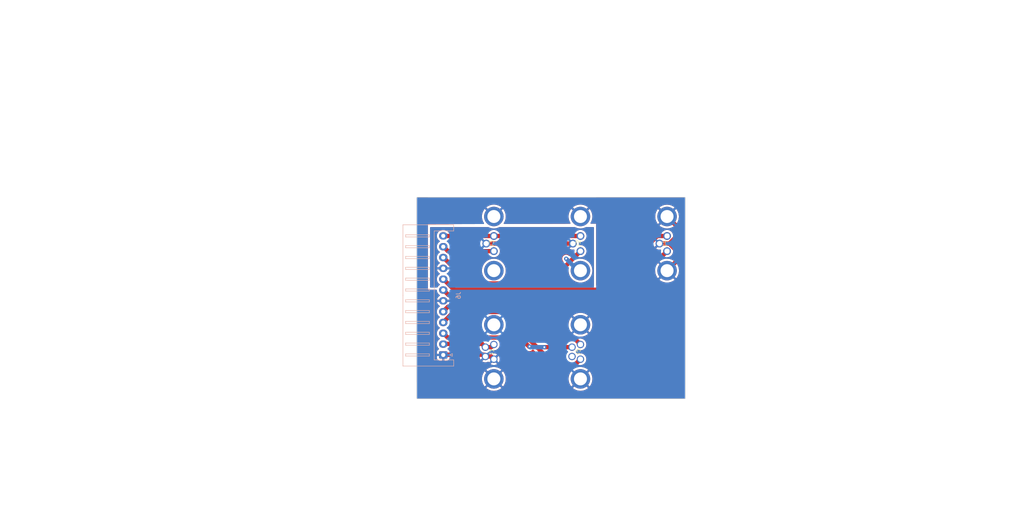
<source format=kicad_pcb>
(kicad_pcb (version 20221018) (generator pcbnew)
  (layers (0 "F.Cu" signal) (31 "B.Cu" signal) (34 "B.Paste" user) (35 "F.Paste" user) (36 "B.SilkS" user "B.Silkscreen") (37 "F.SilkS" user "F.Silkscreen") (38 "B.Mask" user) (39 "F.Mask" user) (44 "Edge.Cuts" user))
  (net 0 "")
  (net 1 "brakelight_outbox")
  (net 2 "GNDPWR")
  (net 3 "+3V3")
  (net 4 "suspension_RL")
  (net 5 "GND")
  (net 6 "suspension_RR")
  (net 7 "CANH")
  (net 8 "CANL")
  (net 9 "brakePressure1")
  (net 10 "+24V")
  (net 11 "brakePressure2")
  (footprint "nturt_kicad_lib:WP-04F3-26-11" (layer "F.Cu") (at 0 25 90)
    (fp_text reference "J1" (at 0 -0.5 90 unlocked) (layer "F.SilkS") (effects (font (thickness 0.1))))
    (fp_text value "brake light")
    (pad "1" thru_hole circle (at 1.7 0 90) (size 1.7 1.7) (drill 1.2) (layers "*.Cu" "*.Mask") (net 1 "brakelight_outbox"))
    (pad "2" thru_hole circle (at 1.075 -1.95 90) (size 1.7 1.7) (drill 1.2) (layers "*.Cu" "*.Mask") (net 1 "brakelight_outbox"))
    (pad "3" thru_hole circle (at -1.075 -1.95 90) (size 1.7 1.7) (drill 1.2) (layers "*.Cu" "*.Mask") (net 2 "GNDPWR"))
    (pad "4" thru_hole circle (at -1.7 0 90) (size 1.7 1.7) (drill 1.2) (layers "*.Cu" "*.Mask") (net 2 "GNDPWR"))
    (pad "5" thru_hole circle (at -6.25 0 90) (size 4.5 4.5) (drill 3) (layers "*.Cu" "*.Mask") (net 2 "GNDPWR"))
    (pad "5" thru_hole circle (at 6.25 0 90) (size 4.5 4.5) (drill 3) (layers "*.Cu" "*.Mask") (net 2 "GNDPWR"))
  )
  (footprint "nturt_kicad_lib:WP-03F3-09-11" (layer "F.Cu") (at 40 0 90)
    (fp_text reference "J4" (at 0 -0.5 90 unlocked) (layer "F.SilkS") (effects (font (thickness 0.1))))
    (fp_text value "CAN")
    (pad "1" thru_hole circle (at 1.75 0 90) (size 1.8 1.8) (drill 1.2) (layers "*.Cu" "*.Mask") (net 7 "CANH"))
    (pad "3" thru_hole circle (at -1.75 0 90) (size 1.8 1.8) (drill 1.2) (layers "*.Cu" "*.Mask") (net 8 "CANL"))
    (pad "4" thru_hole circle (at 0 -1.75 90) (size 1.8 1.8) (drill 1.2) (layers "*.Cu" "*.Mask") (net 2 "GNDPWR"))
    (pad "5" thru_hole circle (at -6.25 0 90) (size 4.5 4.5) (drill 3) (layers "*.Cu" "*.Mask") (net 2 "GNDPWR"))
    (pad "5" thru_hole circle (at 6.25 0 90) (size 4.5 4.5) (drill 3) (layers "*.Cu" "*.Mask") (net 2 "GNDPWR"))
  )
  (footprint "nturt_kicad_lib:WP-03F3-09-11" (layer "F.Cu") (at 0 0 90)
    (fp_text reference "J3" (at 0 -0.5 90 unlocked) (layer "F.SilkS") (effects (font (thickness 0.1))))
    (fp_text value "suspension RR")
    (pad "1" thru_hole circle (at 1.75 0 90) (size 1.8 1.8) (drill 1.2) (layers "*.Cu" "*.Mask") (net 3 "+3V3"))
    (pad "3" thru_hole circle (at -1.75 0 90) (size 1.8 1.8) (drill 1.2) (layers "*.Cu" "*.Mask") (net 6 "suspension_RR"))
    (pad "4" thru_hole circle (at 0 -1.75 90) (size 1.8 1.8) (drill 1.2) (layers "*.Cu" "*.Mask") (net 5 "GND"))
    (pad "5" thru_hole circle (at -6.25 0 90) (size 4.5 4.5) (drill 3) (layers "*.Cu" "*.Mask") (net 2 "GNDPWR"))
    (pad "5" thru_hole circle (at 6.25 0 90) (size 4.5 4.5) (drill 3) (layers "*.Cu" "*.Mask") (net 2 "GNDPWR"))
  )
  (footprint "nturt_kicad_lib:WP-03F3-09-11" (layer "F.Cu") (at 20 0 90)
    (fp_text reference "J2" (at 0 -0.5 90 unlocked) (layer "F.SilkS") (effects (font (thickness 0.1))))
    (fp_text value "suspension RL")
    (pad "1" thru_hole circle (at 1.75 0 90) (size 1.8 1.8) (drill 1.2) (layers "*.Cu" "*.Mask") (net 3 "+3V3"))
    (pad "3" thru_hole circle (at -1.75 0 90) (size 1.8 1.8) (drill 1.2) (layers "*.Cu" "*.Mask") (net 4 "suspension_RL"))
    (pad "4" thru_hole circle (at 0 -1.75 90) (size 1.8 1.8) (drill 1.2) (layers "*.Cu" "*.Mask") (net 5 "GND"))
    (pad "5" thru_hole circle (at -6.25 0 90) (size 4.5 4.5) (drill 3) (layers "*.Cu" "*.Mask") (net 2 "GNDPWR"))
    (pad "5" thru_hole circle (at 6.25 0 90) (size 4.5 4.5) (drill 3) (layers "*.Cu" "*.Mask") (net 2 "GNDPWR"))
  )
  (footprint "nturt_kicad_lib:WP-04F3-26-11" (layer "F.Cu") (at 20 25 90)
    (fp_text reference "J5" (at 0 -0.5 90 unlocked) (layer "F.SilkS") (effects (font (thickness 0.1))))
    (fp_text value "oil pressure")
    (pad "1" thru_hole circle (at 1.7 0 90) (size 1.7 1.7) (drill 1.2) (layers "*.Cu" "*.Mask") (net 9 "brakePressure1"))
    (pad "2" thru_hole circle (at 1.075 -1.95 90) (size 1.7 1.7) (drill 1.2) (layers "*.Cu" "*.Mask") (net 10 "+24V"))
    (pad "3" thru_hole circle (at -1.075 -1.95 90) (size 1.7 1.7) (drill 1.2) (layers "*.Cu" "*.Mask") (net 10 "+24V"))
    (pad "4" thru_hole circle (at -1.7 0 90) (size 1.7 1.7) (drill 1.2) (layers "*.Cu" "*.Mask") (net 11 "brakePressure2"))
    (pad "5" thru_hole circle (at -6.25 0 90) (size 4.5 4.5) (drill 3) (layers "*.Cu" "*.Mask") (net 2 "GNDPWR"))
    (pad "5" thru_hole circle (at 6.25 0 90) (size 4.5 4.5) (drill 3) (layers "*.Cu" "*.Mask") (net 2 "GNDPWR"))
  )
  (footprint "Connector_JST:JST_XH_S12B-XH-A_1x12_P2.50mm_Horizontal" (layer "B.Cu") (at -11.684 25.722 90)
    (fp_text reference "J6" (at 13.75 3.5 90) (layer "B.SilkS") (effects (justify mirror)))
    (fp_text value "rear_connector")
    (fp_line (start -2.56 -9.31) (end -2.56 2.41) (stroke (width 0.12)) (layer "B.SilkS"))
    (fp_line (start -2.56 2.41) (end -1.14 2.41) (stroke (width 0.12)) (layer "B.SilkS"))
    (fp_line (start -1.14 -2.09) (end 13.75 -2.09) (stroke (width 0.12)) (layer "B.SilkS"))
    (fp_line (start -1.14 2.41) (end -1.14 -2.09) (stroke (width 0.12)) (layer "B.SilkS"))
    (fp_line (start -0.3 2.1) (end 0.3 2.1) (stroke (width 0.12)) (layer "B.SilkS"))
    (fp_line (start -0.25 -8.7) (end 0.25 -8.7) (stroke (width 0.12)) (layer "B.SilkS"))
    (fp_line (start -0.25 -3.2) (end -0.25 -8.7) (stroke (width 0.12)) (layer "B.SilkS"))
    (fp_line (start 0 1.5) (end -0.3 2.1) (stroke (width 0.12)) (layer "B.SilkS"))
    (fp_line (start 0.25 -8.7) (end 0.25 -3.2) (stroke (width 0.12)) (layer "B.SilkS"))
    (fp_line (start 0.25 -3.2) (end -0.25 -3.2) (stroke (width 0.12)) (layer "B.SilkS"))
    (fp_line (start 0.3 2.1) (end 0 1.5) (stroke (width 0.12)) (layer "B.SilkS"))
    (fp_line (start 2.25 -8.7) (end 2.75 -8.7) (stroke (width 0.12)) (layer "B.SilkS"))
    (fp_line (start 2.25 -3.2) (end 2.25 -8.7) (stroke (width 0.12)) (layer "B.SilkS"))
    (fp_line (start 2.75 -8.7) (end 2.75 -3.2) (stroke (width 0.12)) (layer "B.SilkS"))
    (fp_line (start 2.75 -3.2) (end 2.25 -3.2) (stroke (width 0.12)) (layer "B.SilkS"))
    (fp_line (start 4.75 -8.7) (end 5.25 -8.7) (stroke (width 0.12)) (layer "B.SilkS"))
    (fp_line (start 4.75 -3.2) (end 4.75 -8.7) (stroke (width 0.12)) (layer "B.SilkS"))
    (fp_line (start 5.25 -8.7) (end 5.25 -3.2) (stroke (width 0.12)) (layer "B.SilkS"))
    (fp_line (start 5.25 -3.2) (end 4.75 -3.2) (stroke (width 0.12)) (layer "B.SilkS"))
    (fp_line (start 7.25 -8.7) (end 7.75 -8.7) (stroke (width 0.12)) (layer "B.SilkS"))
    (fp_line (start 7.25 -3.2) (end 7.25 -8.7) (stroke (width 0.12)) (layer "B.SilkS"))
    (fp_line (start 7.75 -8.7) (end 7.75 -3.2) (stroke (width 0.12)) (layer "B.SilkS"))
    (fp_line (start 7.75 -3.2) (end 7.25 -3.2) (stroke (width 0.12)) (layer "B.SilkS"))
    (fp_line (start 9.75 -8.7) (end 10.25 -8.7) (stroke (width 0.12)) (layer "B.SilkS"))
    (fp_line (start 9.75 -3.2) (end 9.75 -8.7) (stroke (width 0.12)) (layer "B.SilkS"))
    (fp_line (start 10.25 -8.7) (end 10.25 -3.2) (stroke (width 0.12)) (layer "B.SilkS"))
    (fp_line (start 10.25 -3.2) (end 9.75 -3.2) (stroke (width 0.12)) (layer "B.SilkS"))
    (fp_line (start 12.25 -8.7) (end 12.75 -8.7) (stroke (width 0.12)) (layer "B.SilkS"))
    (fp_line (start 12.25 -3.2) (end 12.25 -8.7) (stroke (width 0.12)) (layer "B.SilkS"))
    (fp_line (start 12.75 -8.7) (end 12.75 -3.2) (stroke (width 0.12)) (layer "B.SilkS"))
    (fp_line (start 12.75 -3.2) (end 12.25 -3.2) (stroke (width 0.12)) (layer "B.SilkS"))
    (fp_line (start 13.75 -9.31) (end -2.56 -9.31) (stroke (width 0.12)) (layer "B.SilkS"))
    (fp_line (start 13.75 -9.31) (end 30.06 -9.31) (stroke (width 0.12)) (layer "B.SilkS"))
    (fp_line (start 14.75 -8.7) (end 15.25 -8.7) (stroke (width 0.12)) (layer "B.SilkS"))
    (fp_line (start 14.75 -3.2) (end 14.75 -8.7) (stroke (width 0.12)) (layer "B.SilkS"))
    (fp_line (start 15.25 -8.7) (end 15.25 -3.2) (stroke (width 0.12)) (layer "B.SilkS"))
    (fp_line (start 15.25 -3.2) (end 14.75 -3.2) (stroke (width 0.12)) (layer "B.SilkS"))
    (fp_line (start 17.25 -8.7) (end 17.75 -8.7) (stroke (width 0.12)) (layer "B.SilkS"))
    (fp_line (start 17.25 -3.2) (end 17.25 -8.7) (stroke (width 0.12)) (layer "B.SilkS"))
    (fp_line (start 17.75 -8.7) (end 17.75 -3.2) (stroke (width 0.12)) (layer "B.SilkS"))
    (fp_line (start 17.75 -3.2) (end 17.25 -3.2) (stroke (width 0.12)) (layer "B.SilkS"))
    (fp_line (start 19.75 -8.7) (end 20.25 -8.7) (stroke (width 0.12)) (layer "B.SilkS"))
    (fp_line (start 19.75 -3.2) (end 19.75 -8.7) (stroke (width 0.12)) (layer "B.SilkS"))
    (fp_line (start 20.25 -8.7) (end 20.25 -3.2) (stroke (width 0.12)) (layer "B.SilkS"))
    (fp_line (start 20.25 -3.2) (end 19.75 -3.2) (stroke (width 0.12)) (layer "B.SilkS"))
    (fp_line (start 22.25 -8.7) (end 22.75 -8.7) (stroke (width 0.12)) (layer "B.SilkS"))
    (fp_line (start 22.25 -3.2) (end 22.25 -8.7) (stroke (width 0.12)) (layer "B.SilkS"))
    (fp_line (start 22.75 -8.7) (end 22.75 -3.2) (stroke (width 0.12)) (layer "B.SilkS"))
    (fp_line (start 22.75 -3.2) (end 22.25 -3.2) (stroke (width 0.12)) (layer "B.SilkS"))
    (fp_line (start 24.75 -8.7) (end 25.25 -8.7) (stroke (width 0.12)) (layer "B.SilkS"))
    (fp_line (start 24.75 -3.2) (end 24.75 -8.7) (stroke (width 0.12)) (layer "B.SilkS"))
    (fp_line (start 25.25 -8.7) (end 25.25 -3.2) (stroke (width 0.12)) (layer "B.SilkS"))
    (fp_line (start 25.25 -3.2) (end 24.75 -3.2) (stroke (width 0.12)) (layer "B.SilkS"))
    (fp_line (start 27.25 -8.7) (end 27.75 -8.7) (stroke (width 0.12)) (layer "B.SilkS"))
    (fp_line (start 27.25 -3.2) (end 27.25 -8.7) (stroke (width 0.12)) (layer "B.SilkS"))
    (fp_line (start 27.75 -8.7) (end 27.75 -3.2) (stroke (width 0.12)) (layer "B.SilkS"))
    (fp_line (start 27.75 -3.2) (end 27.25 -3.2) (stroke (width 0.12)) (layer "B.SilkS"))
    (fp_line (start 28.64 -2.09) (end 13.75 -2.09) (stroke (width 0.12)) (layer "B.SilkS"))
    (fp_line (start 28.64 2.41) (end 28.64 -2.09) (stroke (width 0.12)) (layer "B.SilkS"))
    (fp_line (start 30.06 -9.31) (end 30.06 2.41) (stroke (width 0.12)) (layer "B.SilkS"))
    (fp_line (start 30.06 2.41) (end 28.64 2.41) (stroke (width 0.12)) (layer "B.SilkS"))
    (pad "1" thru_hole roundrect (at 0 0 90) (size 1.7 1.95) (drill 0.95) (layers "*.Cu" "*.Mask") (roundrect_rratio 0.147059) (net 2 "GNDPWR"))
    (pad "2" thru_hole oval (at 2.5 0 90) (size 1.7 1.95) (drill 0.95) (layers "*.Cu" "*.Mask") (net 1 "brakelight_outbox"))
    (pad "3" thru_hole oval (at 5 0 90) (size 1.7 1.95) (drill 0.95) (layers "*.Cu" "*.Mask") (net 10 "+24V"))
    (pad "4" thru_hole oval (at 7.5 0 90) (size 1.7 1.95) (drill 0.95) (layers "*.Cu" "*.Mask") (net 11 "brakePressure2"))
    (pad "5" thru_hole oval (at 10 0 90) (size 1.7 1.95) (drill 0.95) (layers "*.Cu" "*.Mask") (net 9 "brakePressure1"))
    (pad "6" thru_hole oval (at 12.5 0 90) (size 1.7 1.95) (drill 0.95) (layers "*.Cu" "*.Mask") (net 2 "GNDPWR"))
    (pad "7" thru_hole oval (at 15 0 90) (size 1.7 1.95) (drill 0.95) (layers "*.Cu" "*.Mask") (net 8 "CANL"))
    (pad "8" thru_hole oval (at 17.5 0 90) (size 1.7 1.95) (drill 0.95) (layers "*.Cu" "*.Mask") (net 7 "CANH"))
    (pad "9" thru_hole oval (at 20 0 90) (size 1.7 1.95) (drill 0.95) (layers "*.Cu" "*.Mask") (net 5 "GND"))
    (pad "10" thru_hole oval (at 22.5 0 90) (size 1.7 1.95) (drill 0.95) (layers "*.Cu" "*.Mask") (net 4 "suspension_RL"))
    (pad "11" thru_hole oval (at 25 0 90) (size 1.7 1.95) (drill 0.95) (layers "*.Cu" "*.Mask") (net 6 "suspension_RR"))
    (pad "12" thru_hole oval (at 27.5 0 90) (size 1.7 1.95) (drill 0.95) (layers "*.Cu" "*.Mask") (net 3 "+3V3"))
  )
  (gr_rect (start -17.78 -10.668) (end 44.196 35.814) (stroke (width 0.1)) (fill none) (layer "Edge.Cuts"))
  (segment (start -0.625 23.925) (end 0 23.3) (width 1) (layer "F.Cu") (net 1))
  (segment (start -11.684 23.168) (end -2.707 23.168) (width 1) (layer "F.Cu") (net 1))
  (segment (start -1.95 23.925) (end -0.625 23.925) (width 1) (layer "F.Cu") (net 1))
  (segment (start -2.707 23.168) (end -1.95 23.925) (width 1) (layer "F.Cu") (net 1))
  (segment (start 42.25 -1.737258) (end 42.25 -4) (width 1) (layer "F.Cu") (net 2))
  (segment (start 42.25 1.737258) (end 42.25 4) (width 1) (layer "F.Cu") (net 2))
  (segment (start 42.25 -4) (end 40 -6.25) (width 1) (layer "F.Cu") (net 2))
  (segment (start -1.95 26.075) (end -0.625 26.075) (width 1) (layer "F.Cu") (net 2))
  (segment (start 42.25 4) (end 40 6.25) (width 1) (layer "F.Cu") (net 2))
  (segment (start 40.512742 0) (end 42.25 -1.737258) (width 1) (layer "F.Cu") (net 2))
  (segment (start -0.625 26.075) (end 0 26.7) (width 1) (layer "F.Cu") (net 2))
  (segment (start -2.357 25.668) (end -1.95 26.075) (width 1) (layer "F.Cu") (net 2))
  (segment (start -11.684 25.668) (end -2.357 25.668) (width 1) (layer "F.Cu") (net 2))
  (segment (start 38.25 0) (end 40.512742 0) (width 1) (layer "F.Cu") (net 2))
  (segment (start 40.512742 0) (end 42.25 1.737258) (width 1) (layer "F.Cu") (net 2))
  (via (at 16.701536 3.493536) (size 0.8) (drill 0.4) (layers "F.Cu" "B.Cu") (net 2))
  (segment (start 20 6.25) (end 19.458 6.25) (width 1) (layer "B.Cu") (net 2))
  (segment (start 19.458 6.25) (end 16.701536 3.493536) (width 1) (layer "B.Cu") (net 2))
  (segment (start -11.602 -1.75) (end -11.684 -1.832) (width 1) (layer "F.Cu") (net 3))
  (segment (start 0 -1.75) (end 20 -1.75) (width 1) (layer "F.Cu") (net 3))
  (segment (start 0 -1.75) (end -11.602 -1.75) (width 1) (layer "F.Cu") (net 3))
  (segment (start 12.55 9.2) (end -5.652 9.2) (width 1) (layer "F.Cu") (net 4))
  (segment (start 20 1.75) (end 12.55 9.2) (width 1) (layer "F.Cu") (net 4))
  (segment (start -5.652 9.2) (end -11.684 3.168) (width 1) (layer "F.Cu") (net 4))
  (segment (start 18.25 0) (end -1.75 0) (width 1) (layer "F.Cu") (net 5))
  (segment (start -10.602 1.75) (end -11.684 0.668) (width 1) (layer "F.Cu") (net 6))
  (segment (start 0 1.75) (end -10.602 1.75) (width 1) (layer "F.Cu") (net 6))
  (segment (start -9.184 10.668) (end 25.319258 10.668) (width 1) (layer "F.Cu") (net 7))
  (segment (start 25.319258 10.668) (end 37.737258 -1.75) (width 1) (layer "F.Cu") (net 7))
  (segment (start 37.737258 -1.75) (end 40 -1.75) (width 1) (layer "F.Cu") (net 7))
  (segment (start -11.684 8.168) (end -9.184 10.668) (width 1) (layer "F.Cu") (net 7))
  (segment (start 29.882 11.868) (end 40 1.75) (width 1) (layer "F.Cu") (net 8))
  (segment (start -10.484 11.868) (end 29.882 11.868) (width 1) (layer "F.Cu") (net 8))
  (segment (start -11.684 10.668) (end -10.484 11.868) (width 1) (layer "F.Cu") (net 8))
  (segment (start 11.3 14.6) (end 20 23.3) (width 1) (layer "F.Cu") (net 9))
  (segment (start -11.684 15.668) (end -10.616 14.6) (width 1) (layer "F.Cu") (net 9))
  (segment (start -10.616 14.6) (end 11.3 14.6) (width 1) (layer "F.Cu") (net 9))
  (segment (start 6.032944 21.7) (end 8.168472 23.835528) (width 1) (layer "F.Cu") (net 10))
  (segment (start -11.684 20.668) (end -10.652 21.7) (width 1) (layer "F.Cu") (net 10))
  (segment (start 11.652056 23.925) (end 18.05 23.925) (width 1) (layer "F.Cu") (net 10))
  (segment (start -10.652 21.7) (end 6.032944 21.7) (width 1) (layer "F.Cu") (net 10))
  (via (at 8.239536 23.764464) (size 0.8) (drill 0.4) (layers "F.Cu" "B.Cu") (net 10))
  (via (at 11.652056 23.925) (size 0.8) (drill 0.4) (layers "F.Cu" "B.Cu") (net 10))
  (segment (start 8.400072 23.925) (end 8.239536 23.764464) (width 1) (layer "B.Cu") (net 10))
  (segment (start 11.652056 23.925) (end 8.400072 23.925) (width 1) (layer "B.Cu") (net 10))
  (segment (start -9.316 15.8) (end 1.83 15.8) (width 1) (layer "F.Cu") (net 11))
  (segment (start 18.506 28.194) (end 20 26.7) (width 1) (layer "F.Cu") (net 11))
  (segment (start 1.83 15.8) (end 14.224 28.194) (width 1) (layer "F.Cu") (net 11))
  (segment (start -11.684 18.168) (end -9.316 15.8) (width 1) (layer "F.Cu") (net 11))
  (segment (start 14.224 28.194) (end 18.506 28.194) (width 1) (layer "F.Cu") (net 11))
  (zone (net 2) (net_name "GNDPWR") (layers "F&B.Cu") (priority 1) (connect_pads (clearance 0.5)) (min_thickness 0.25) (fill yes (thermal_gap 0.5) (thermal_bridge_width 0.5))
    (polygon (pts (xy -35.811752 10.668) (xy 62.994248 10.668) (xy 62.994248 62.23) (xy -35.811752 62.484)))
  )
  (zone (net 2) (net_name "GNDPWR") (layers "F&B.Cu") (priority 1) (connect_pads (clearance 0.5)) (min_thickness 0.25) (fill yes (thermal_gap 0.5) (thermal_bridge_width 0.5))
    (polygon (pts (xy -36.829644 -56.249574) (xy 61.976356 -56.249574) (xy 61.976356 -4.687574) (xy -36.829644 -4.433574)))
  )
  (zone (net 2) (net_name "GNDPWR") (layers "F&B.Cu") (priority 1) (connect_pads (clearance 0.5)) (min_thickness 0.25) (fill yes (thermal_gap 0.5) (thermal_bridge_width 0.5))
    (polygon (pts (xy 23.622 -19.304) (xy 122.428 -19.304) (xy 122.428 32.258) (xy 23.622 32.512)))
  )
  (zone (net 5) (net_name "GND") (layers "F&B.Cu") (connect_pads (clearance 0.5)) (min_thickness 0.25) (fill yes (thermal_gap 0.5) (thermal_bridge_width 0.5))
    (polygon (pts (xy -14.732 -3.81) (xy 23.114 -3.81) (xy 23.114 10.16) (xy -14.732 10.16)))
  )
  (zone (net 2) (net_name "GNDPWR") (layers "F&B.Cu") (priority 1) (connect_pads (clearance 0.5)) (min_thickness 0.25) (fill yes (thermal_gap 0.5) (thermal_bridge_width 0.5))
    (polygon (pts (xy -114.046 -19.558) (xy -15.24 -19.558) (xy -15.24 32.004) (xy -114.046 32.258)))
  )
)
</source>
